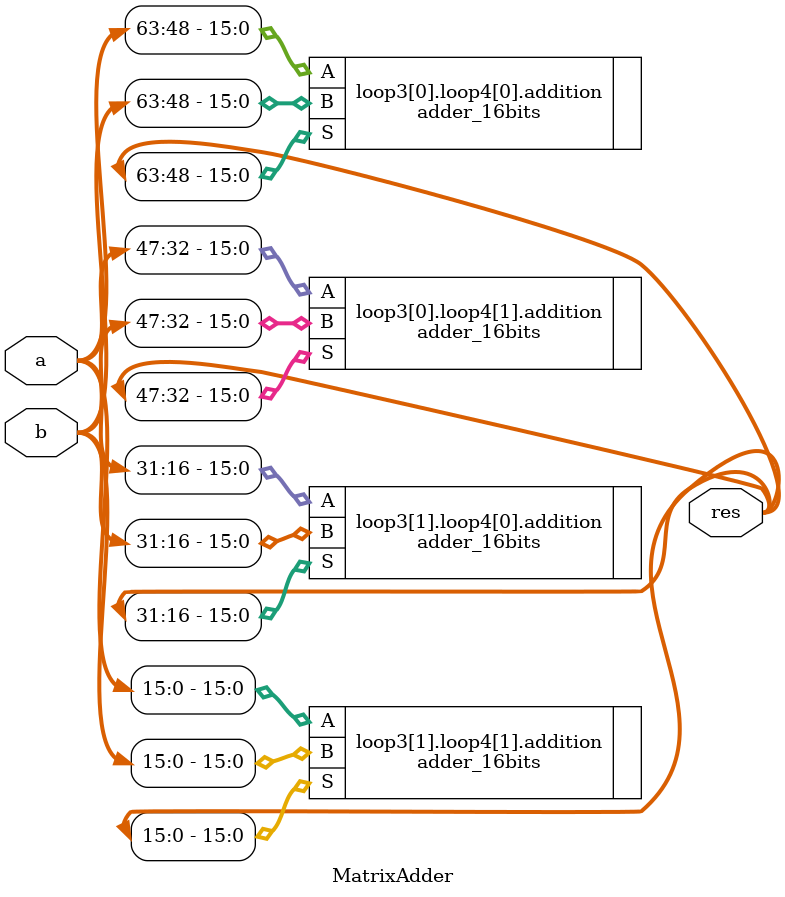
<source format=v>
`timescale 1ns / 1ps
module MatrixAdder #(parameter N=2, parameter M=2, parameter DATA_WIDTH=16)(
	input [N*M*DATA_WIDTH-1:0]a, // First matrix
	input [N*M*DATA_WIDTH-1:0]b, // Second matrix
	output [N*M*DATA_WIDTH-1:0]res //Result
    );

	
	genvar i,j;
	
	generate
		for (i = 0; i < N; i = i + 1) begin: loop3
			for (j = 0; j < M; j = j + 1) begin: loop4
				adder_16bits addition(
				
				  .A(a[M*N*DATA_WIDTH-i*N*DATA_WIDTH-j*DATA_WIDTH-1:M*N*DATA_WIDTH-i*N*DATA_WIDTH-j*DATA_WIDTH-DATA_WIDTH]),
				  .B(b[M*N*DATA_WIDTH-i*N*DATA_WIDTH-j*DATA_WIDTH-1:M*N*DATA_WIDTH-i*N*DATA_WIDTH-j*DATA_WIDTH-DATA_WIDTH]),
				  .S(res[M*N*DATA_WIDTH-i*N*DATA_WIDTH-j*DATA_WIDTH-1:M*N*DATA_WIDTH-i*N*DATA_WIDTH-j*DATA_WIDTH-DATA_WIDTH]) 
				);
			end
		end
	endgenerate



endmodule

</source>
